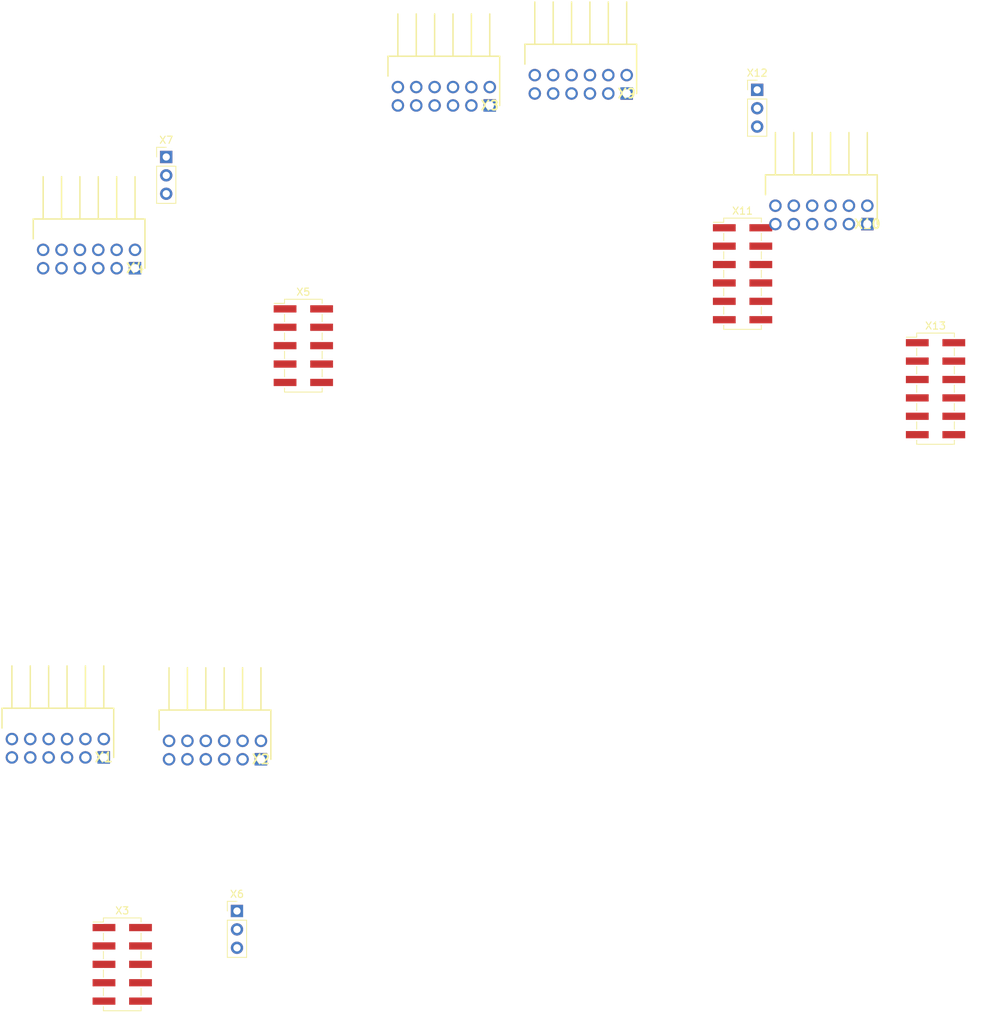
<source format=kicad_pcb>
(kicad_pcb (version 20221018) (generator pcbnew)
  (layers (0 "F.Cu" signal) (31 "B.Cu" signal) (34 "B.Paste" user) (35 "F.Paste" user) (36 "B.SilkS" user "B.Silkscreen") (37 "F.SilkS" user "F.Silkscreen") (38 "B.Mask" user) (39 "F.Mask" user) (44 "Edge.Cuts" user))
  (net 0 "")
  (net 1 "/TAG_CONN_3V3")
  (net 2 "/TAG_CONN_GND")
  (net 3 "/TAG_CONN_SCK")
  (net 4 "/TAG_CONN_MOSI")
  (net 5 "/TAG_CONN_MISO")
  (net 6 "/TAG_CONN_CS")
  (net 7 "/TAG_CONN_IO0")
  (net 8 "/TAG_CONN_RST")
  (net 11 "/TAG_CONN_5V")
  (net 12 "/TAG_CONN_TX")
  (net 13 "/TAG_CONN_RX")
  (net 20 "/TAG_CONN_VCC")
  (net 21 "/IDC_02x05_3V3")
  (net 22 "/IDC_02x05_GND")
  (net 23 "/IDC_02x05_TCK")
  (net 24 "/IDC_02x05_TDI")
  (net 25 "/IDC_02x05_TDO")
  (net 26 "/IDC_02x05_TMS")
  (net 28 "/IDC_02x05_RST")
  (net 31 "/IDC_02x05_5V")
  (net 32 "/IDC_02x05_VCC")
  (net 33 "/IDC_02x03_3V3")
  (net 34 "/IDC_02x03_GND")
  (net 35 "/IDC_02x03_TXD")
  (net 36 "/IDC_02x03_RXD")
  (net 43 "/IDC_02x03_5V")
  (net 45 "/IDC_02x03_VCC")
  (net 47 "/Breakout_3V3")
  (net 48 "/Breakout_GND")
  (net 49 "/Breakout_xDBUS0")
  (net 50 "/Breakout_xDBUS1")
  (net 51 "/Breakout_xDBUS2")
  (net 52 "/Breakout_xDBUS3")
  (net 53 "/Breakout_xDBUS4")
  (net 54 "/Breakout_xDBUS5")
  (net 55 "/Breakout_xDBUS6")
  (net 56 "/Breakout_xDBUS7")
  (net 57 "/Breakout_5V")
  (footprint "Connector_PinHeader_2.54mm:PinHeader_1x03_P2.54mm_Vertical" (layer "F.Cu") (at 153.674 53.086)
    (fp_text reference "X12" (at 0 -2.33) (layer "F.SilkS"))
    (fp_text value "VCC_SEL_UART")
    (fp_line (start -1.33 -1.33) (end 0 -1.33) (stroke (width 0.12)) (layer "F.SilkS"))
    (fp_line (start -1.33 0) (end -1.33 -1.33) (stroke (width 0.12)) (layer "F.SilkS"))
    (fp_line (start -1.33 1.27) (end -1.33 6.41) (stroke (width 0.12)) (layer "F.SilkS"))
    (fp_line (start -1.33 1.27) (end 1.33 1.27) (stroke (width 0.12)) (layer "F.SilkS"))
    (fp_line (start -1.33 6.41) (end 1.33 6.41) (stroke (width 0.12)) (layer "F.SilkS"))
    (fp_line (start 1.33 1.27) (end 1.33 6.41) (stroke (width 0.12)) (layer "F.SilkS"))
    (pad "1" thru_hole rect (at 0 0) (size 1.7 1.7) (drill 1) (layers "*.Cu" "*.Mask") (net 33 "/IDC_02x03_3V3"))
    (pad "2" thru_hole oval (at 0 2.54) (size 1.7 1.7) (drill 1) (layers "*.Cu" "*.Mask") (net 45 "/IDC_02x03_VCC"))
    (pad "3" thru_hole oval (at 0 5.08) (size 1.7 1.7) (drill 1) (layers "*.Cu" "*.Mask") (net 43 "/IDC_02x03_5V"))
  )
  (footprint "ft4232_debugger:header_male_02x06_HDRRA12W67P254_2X6_1524X254X503P" (layer "F.Cu") (at 116.718 55.245)
    (fp_text reference "X8" (at 0 0) (layer "F.SilkS") (effects (font (size 1.27 1.27) (thickness 0.254))))
    (fp_text value "FT_CONN_UART" hide)
    (fp_line (start -14.07 -6.8) (end -14.07 -4.06) (stroke (width 0.2)) (layer "F.SilkS"))
    (fp_line (start -12.7 -6.8) (end -12.7 -12.64) (stroke (width 0.2)) (layer "F.SilkS"))
    (fp_line (start -10.16 -6.8) (end -10.16 -12.64) (stroke (width 0.2)) (layer "F.SilkS"))
    (fp_line (start -7.62 -6.8) (end -7.62 -12.64) (stroke (width 0.2)) (layer "F.SilkS"))
    (fp_line (start -5.08 -6.8) (end -5.08 -12.64) (stroke (width 0.2)) (layer "F.SilkS"))
    (fp_line (start -2.54 -6.8) (end -2.54 -12.64) (stroke (width 0.2)) (layer "F.SilkS"))
    (fp_line (start 0 -6.8) (end 0 -12.64) (stroke (width 0.2)) (layer "F.SilkS"))
    (fp_line (start 1.37 -6.8) (end -14.07 -6.8) (stroke (width 0.2)) (layer "F.SilkS"))
    (fp_line (start 1.37 0) (end 1.37 -6.8) (stroke (width 0.2)) (layer "F.SilkS"))
    (pad "1" thru_hole rect (at 0 0) (size 1.725 1.725) (drill 1.15) (layers "*.Cu" "*.Mask") (net 33 "/IDC_02x03_3V3"))
    (pad "2" thru_hole circle (at 0 -2.54) (size 1.725 1.725) (drill 1.15) (layers "*.Cu" "*.Mask") (net 34 "/IDC_02x03_GND"))
    (pad "3" thru_hole circle (at -2.54 0) (size 1.725 1.725) (drill 1.15) (layers "*.Cu" "*.Mask") (net 35 "/IDC_02x03_TXD"))
    (pad "4" thru_hole circle (at -2.54 -2.54) (size 1.725 1.725) (drill 1.15) (layers "*.Cu" "*.Mask") (net 36 "/IDC_02x03_RXD"))
    (pad "5" thru_hole circle (at -5.08 0) (size 1.725 1.725) (drill 1.15) (layers "*.Cu" "*.Mask"))
    (pad "6" thru_hole circle (at -5.08 -2.54) (size 1.725 1.725) (drill 1.15) (layers "*.Cu" "*.Mask"))
    (pad "7" thru_hole circle (at -7.62 0) (size 1.725 1.725) (drill 1.15) (layers "*.Cu" "*.Mask"))
    (pad "8" thru_hole circle (at -7.62 -2.54) (size 1.725 1.725) (drill 1.15) (layers "*.Cu" "*.Mask"))
    (pad "9" thru_hole circle (at -10.16 0) (size 1.725 1.725) (drill 1.15) (layers "*.Cu" "*.Mask"))
    (pad "10" thru_hole circle (at -10.16 -2.54) (size 1.725 1.725) (drill 1.15) (layers "*.Cu" "*.Mask"))
    (pad "11" thru_hole circle (at -12.7 0) (size 1.725 1.725) (drill 1.15) (layers "*.Cu" "*.Mask") (net 43 "/IDC_02x03_5V"))
    (pad "12" thru_hole circle (at -12.7 -2.54) (size 1.725 1.725) (drill 1.15) (layers "*.Cu" "*.Mask") (net 34 "/IDC_02x03_GND"))
  )
  (footprint "Connector_PinHeader_2.54mm:PinHeader_1x03_P2.54mm_Vertical" (layer "F.Cu") (at 72.005 62.357)
    (fp_text reference "X7" (at 0 -2.33) (layer "F.SilkS"))
    (fp_text value "VCC_SEL_JTAG")
    (fp_line (start -1.33 -1.33) (end 0 -1.33) (stroke (width 0.12)) (layer "F.SilkS"))
    (fp_line (start -1.33 0) (end -1.33 -1.33) (stroke (width 0.12)) (layer "F.SilkS"))
    (fp_line (start -1.33 1.27) (end -1.33 6.41) (stroke (width 0.12)) (layer "F.SilkS"))
    (fp_line (start -1.33 1.27) (end 1.33 1.27) (stroke (width 0.12)) (layer "F.SilkS"))
    (fp_line (start -1.33 6.41) (end 1.33 6.41) (stroke (width 0.12)) (layer "F.SilkS"))
    (fp_line (start 1.33 1.27) (end 1.33 6.41) (stroke (width 0.12)) (layer "F.SilkS"))
    (pad "1" thru_hole rect (at 0 0) (size 1.7 1.7) (drill 1) (layers "*.Cu" "*.Mask") (net 21 "/IDC_02x05_3V3"))
    (pad "2" thru_hole oval (at 0 2.54) (size 1.7 1.7) (drill 1) (layers "*.Cu" "*.Mask") (net 32 "/IDC_02x05_VCC"))
    (pad "3" thru_hole oval (at 0 5.08) (size 1.7 1.7) (drill 1) (layers "*.Cu" "*.Mask") (net 31 "/IDC_02x05_5V"))
  )
  (footprint "ft4232_debugger:header_male_02x06_HDRRA12W67P254_2X6_1524X254X503P" (layer "F.Cu") (at 67.696 77.724)
    (fp_text reference "X4" (at 0 0) (layer "F.SilkS") (effects (font (size 1.27 1.27) (thickness 0.254))))
    (fp_text value "FT_CONN_JTAG" hide)
    (fp_line (start -14.07 -6.8) (end -14.07 -4.06) (stroke (width 0.2)) (layer "F.SilkS"))
    (fp_line (start -12.7 -6.8) (end -12.7 -12.64) (stroke (width 0.2)) (layer "F.SilkS"))
    (fp_line (start -10.16 -6.8) (end -10.16 -12.64) (stroke (width 0.2)) (layer "F.SilkS"))
    (fp_line (start -7.62 -6.8) (end -7.62 -12.64) (stroke (width 0.2)) (layer "F.SilkS"))
    (fp_line (start -5.08 -6.8) (end -5.08 -12.64) (stroke (width 0.2)) (layer "F.SilkS"))
    (fp_line (start -2.54 -6.8) (end -2.54 -12.64) (stroke (width 0.2)) (layer "F.SilkS"))
    (fp_line (start 0 -6.8) (end 0 -12.64) (stroke (width 0.2)) (layer "F.SilkS"))
    (fp_line (start 1.37 -6.8) (end -14.07 -6.8) (stroke (width 0.2)) (layer "F.SilkS"))
    (fp_line (start 1.37 0) (end 1.37 -6.8) (stroke (width 0.2)) (layer "F.SilkS"))
    (pad "1" thru_hole rect (at 0 0) (size 1.725 1.725) (drill 1.15) (layers "*.Cu" "*.Mask") (net 21 "/IDC_02x05_3V3"))
    (pad "2" thru_hole circle (at 0 -2.54) (size 1.725 1.725) (drill 1.15) (layers "*.Cu" "*.Mask") (net 22 "/IDC_02x05_GND"))
    (pad "3" thru_hole circle (at -2.54 0) (size 1.725 1.725) (drill 1.15) (layers "*.Cu" "*.Mask") (net 23 "/IDC_02x05_TCK"))
    (pad "4" thru_hole circle (at -2.54 -2.54) (size 1.725 1.725) (drill 1.15) (layers "*.Cu" "*.Mask") (net 24 "/IDC_02x05_TDI"))
    (pad "5" thru_hole circle (at -5.08 0) (size 1.725 1.725) (drill 1.15) (layers "*.Cu" "*.Mask") (net 25 "/IDC_02x05_TDO"))
    (pad "6" thru_hole circle (at -5.08 -2.54) (size 1.725 1.725) (drill 1.15) (layers "*.Cu" "*.Mask") (net 26 "/IDC_02x05_TMS"))
    (pad "7" thru_hole circle (at -7.62 0) (size 1.725 1.725) (drill 1.15) (layers "*.Cu" "*.Mask"))
    (pad "8" thru_hole circle (at -7.62 -2.54) (size 1.725 1.725) (drill 1.15) (layers "*.Cu" "*.Mask") (net 28 "/IDC_02x05_RST"))
    (pad "9" thru_hole circle (at -10.16 0) (size 1.725 1.725) (drill 1.15) (layers "*.Cu" "*.Mask"))
    (pad "10" thru_hole circle (at -10.16 -2.54) (size 1.725 1.725) (drill 1.15) (layers "*.Cu" "*.Mask"))
    (pad "11" thru_hole circle (at -12.7 0) (size 1.725 1.725) (drill 1.15) (layers "*.Cu" "*.Mask") (net 31 "/IDC_02x05_5V"))
    (pad "12" thru_hole circle (at -12.7 -2.54) (size 1.725 1.725) (drill 1.15) (layers "*.Cu" "*.Mask") (net 22 "/IDC_02x05_GND"))
  )
  (footprint "Connector_PinHeader_2.54mm:PinHeader_2x05_P2.54mm_Vertical_SMD" (layer "F.Cu") (at 90.953 88.418)
    (fp_text reference "X5" (at 0 -7.41) (layer "F.SilkS"))
    (fp_text value "DUT_CONN_JTAG")
    (fp_line (start -4.04 -5.84) (end -2.6 -5.84) (stroke (width 0.12)) (layer "F.SilkS"))
    (fp_line (start -2.6 -6.41) (end -2.6 -5.84) (stroke (width 0.12)) (layer "F.SilkS"))
    (fp_line (start -2.6 -6.41) (end 2.6 -6.41) (stroke (width 0.12)) (layer "F.SilkS"))
    (fp_line (start -2.6 -4.32) (end -2.6 -3.3) (stroke (width 0.12)) (layer "F.SilkS"))
    (fp_line (start -2.6 -1.78) (end -2.6 -0.76) (stroke (width 0.12)) (layer "F.SilkS"))
    (fp_line (start -2.6 0.76) (end -2.6 1.78) (stroke (width 0.12)) (layer "F.SilkS"))
    (fp_line (start -2.6 3.3) (end -2.6 4.32) (stroke (width 0.12)) (layer "F.SilkS"))
    (fp_line (start -2.6 5.84) (end -2.6 6.41) (stroke (width 0.12)) (layer "F.SilkS"))
    (fp_line (start -2.6 6.41) (end 2.6 6.41) (stroke (width 0.12)) (layer "F.SilkS"))
    (fp_line (start 2.6 -6.41) (end 2.6 -5.84) (stroke (width 0.12)) (layer "F.SilkS"))
    (fp_line (start 2.6 -4.32) (end 2.6 -3.3) (stroke (width 0.12)) (layer "F.SilkS"))
    (fp_line (start 2.6 -1.78) (end 2.6 -0.76) (stroke (width 0.12)) (layer "F.SilkS"))
    (fp_line (start 2.6 0.76) (end 2.6 1.78) (stroke (width 0.12)) (layer "F.SilkS"))
    (fp_line (start 2.6 3.3) (end 2.6 4.32) (stroke (width 0.12)) (layer "F.SilkS"))
    (fp_line (start 2.6 5.84) (end 2.6 6.41) (stroke (width 0.12)) (layer "F.SilkS"))
    (pad "1" smd rect (at -2.525 -5.08) (size 3.15 1) (layers "F.Cu" "F.Paste" "F.Mask") (net 32 "/IDC_02x05_VCC"))
    (pad "2" smd rect (at 2.525 -5.08) (size 3.15 1) (layers "F.Cu" "F.Paste" "F.Mask") (net 26 "/IDC_02x05_TMS"))
    (pad "3" smd rect (at -2.525 -2.54) (size 3.15 1) (layers "F.Cu" "F.Paste" "F.Mask") (net 22 "/IDC_02x05_GND"))
    (pad "4" smd rect (at 2.525 -2.54) (size 3.15 1) (layers "F.Cu" "F.Paste" "F.Mask") (net 23 "/IDC_02x05_TCK"))
    (pad "5" smd rect (at -2.525 0) (size 3.15 1) (layers "F.Cu" "F.Paste" "F.Mask") (net 22 "/IDC_02x05_GND"))
    (pad "6" smd rect (at 2.525 0) (size 3.15 1) (layers "F.Cu" "F.Paste" "F.Mask") (net 25 "/IDC_02x05_TDO"))
    (pad "7" smd rect (at -2.525 2.54) (size 3.15 1) (layers "F.Cu" "F.Paste" "F.Mask") (net 22 "/IDC_02x05_GND"))
    (pad "8" smd rect (at 2.525 2.54) (size 3.15 1) (layers "F.Cu" "F.Paste" "F.Mask") (net 24 "/IDC_02x05_TDI"))
    (pad "9" smd rect (at -2.525 5.08) (size 3.15 1) (layers "F.Cu" "F.Paste" "F.Mask") (net 22 "/IDC_02x05_GND"))
    (pad "10" smd rect (at 2.525 5.08) (size 3.15 1) (layers "F.Cu" "F.Paste" "F.Mask") (net 28 "/IDC_02x05_RST"))
  )
  (footprint "Connector_PinHeader_2.54mm:PinHeader_2x06_P2.54mm_Vertical_SMD" (layer "F.Cu") (at 151.653 78.486)
    (fp_text reference "X11" (at 0 -8.68) (layer "F.SilkS"))
    (fp_text value "DUT_CONN0_BREAKOUT")
    (fp_line (start -4.04 -7.11) (end -2.6 -7.11) (stroke (width 0.12)) (layer "F.SilkS"))
    (fp_line (start -2.6 -7.68) (end -2.6 -7.11) (stroke (width 0.12)) (layer "F.SilkS"))
    (fp_line (start -2.6 -7.68) (end 2.6 -7.68) (stroke (width 0.12)) (layer "F.SilkS"))
    (fp_line (start -2.6 -5.59) (end -2.6 -4.57) (stroke (width 0.12)) (layer "F.SilkS"))
    (fp_line (start -2.6 -3.05) (end -2.6 -2.03) (stroke (width 0.12)) (layer "F.SilkS"))
    (fp_line (start -2.6 -0.51) (end -2.6 0.51) (stroke (width 0.12)) (layer "F.SilkS"))
    (fp_line (start -2.6 2.03) (end -2.6 3.05) (stroke (width 0.12)) (layer "F.SilkS"))
    (fp_line (start -2.6 4.57) (end -2.6 5.59) (stroke (width 0.12)) (layer "F.SilkS"))
    (fp_line (start -2.6 7.11) (end -2.6 7.68) (stroke (width 0.12)) (layer "F.SilkS"))
    (fp_line (start -2.6 7.68) (end 2.6 7.68) (stroke (width 0.12)) (layer "F.SilkS"))
    (fp_line (start 2.6 -7.68) (end 2.6 -7.11) (stroke (width 0.12)) (layer "F.SilkS"))
    (fp_line (start 2.6 -5.59) (end 2.6 -4.57) (stroke (width 0.12)) (layer "F.SilkS"))
    (fp_line (start 2.6 -3.05) (end 2.6 -2.03) (stroke (width 0.12)) (layer "F.SilkS"))
    (fp_line (start 2.6 -0.51) (end 2.6 0.51) (stroke (width 0.12)) (layer "F.SilkS"))
    (fp_line (start 2.6 2.03) (end 2.6 3.05) (stroke (width 0.12)) (layer "F.SilkS"))
    (fp_line (start 2.6 4.57) (end 2.6 5.59) (stroke (width 0.12)) (layer "F.SilkS"))
    (fp_line (start 2.6 7.11) (end 2.6 7.68) (stroke (width 0.12)) (layer "F.SilkS"))
    (pad "1" smd rect (at -2.525 -6.35) (size 3.15 1) (layers "F.Cu" "F.Paste" "F.Mask") (net 47 "/Breakout_3V3"))
    (pad "2" smd rect (at 2.525 -6.35) (size 3.15 1) (layers "F.Cu" "F.Paste" "F.Mask") (net 48 "/Breakout_GND"))
    (pad "3" smd rect (at -2.525 -3.81) (size 3.15 1) (layers "F.Cu" "F.Paste" "F.Mask") (net 49 "/Breakout_xDBUS0"))
    (pad "4" smd rect (at 2.525 -3.81) (size 3.15 1) (layers "F.Cu" "F.Paste" "F.Mask") (net 50 "/Breakout_xDBUS1"))
    (pad "5" smd rect (at -2.525 -1.27) (size 3.15 1) (layers "F.Cu" "F.Paste" "F.Mask") (net 51 "/Breakout_xDBUS2"))
    (pad "6" smd rect (at 2.525 -1.27) (size 3.15 1) (layers "F.Cu" "F.Paste" "F.Mask") (net 52 "/Breakout_xDBUS3"))
    (pad "7" smd rect (at -2.525 1.27) (size 3.15 1) (layers "F.Cu" "F.Paste" "F.Mask") (net 53 "/Breakout_xDBUS4"))
    (pad "8" smd rect (at 2.525 1.27) (size 3.15 1) (layers "F.Cu" "F.Paste" "F.Mask") (net 54 "/Breakout_xDBUS5"))
    (pad "9" smd rect (at -2.525 3.81) (size 3.15 1) (layers "F.Cu" "F.Paste" "F.Mask") (net 55 "/Breakout_xDBUS6"))
    (pad "10" smd rect (at 2.525 3.81) (size 3.15 1) (layers "F.Cu" "F.Paste" "F.Mask") (net 56 "/Breakout_xDBUS7"))
    (pad "11" smd rect (at -2.525 6.35) (size 3.15 1) (layers "F.Cu" "F.Paste" "F.Mask") (net 57 "/Breakout_5V"))
    (pad "12" smd rect (at 2.525 6.35) (size 3.15 1) (layers "F.Cu" "F.Paste" "F.Mask") (net 48 "/Breakout_GND"))
  )
  (footprint "ft4232_debugger:header_male_02x06_HDRRA12W67P254_2X6_1524X254X503P" (layer "F.Cu") (at 168.893 71.628)
    (fp_text reference "X10" (at 0 0) (layer "F.SilkS") (effects (font (size 1.27 1.27) (thickness 0.254))))
    (fp_text value "FT_CONN_BREAKOUT" hide)
    (fp_line (start -14.07 -6.8) (end -14.07 -4.06) (stroke (width 0.2)) (layer "F.SilkS"))
    (fp_line (start -12.7 -6.8) (end -12.7 -12.64) (stroke (width 0.2)) (layer "F.SilkS"))
    (fp_line (start -10.16 -6.8) (end -10.16 -12.64) (stroke (width 0.2)) (layer "F.SilkS"))
    (fp_line (start -7.62 -6.8) (end -7.62 -12.64) (stroke (width 0.2)) (layer "F.SilkS"))
    (fp_line (start -5.08 -6.8) (end -5.08 -12.64) (stroke (width 0.2)) (layer "F.SilkS"))
    (fp_line (start -2.54 -6.8) (end -2.54 -12.64) (stroke (width 0.2)) (layer "F.SilkS"))
    (fp_line (start 0 -6.8) (end 0 -12.64) (stroke (width 0.2)) (layer "F.SilkS"))
    (fp_line (start 1.37 -6.8) (end -14.07 -6.8) (stroke (width 0.2)) (layer "F.SilkS"))
    (fp_line (start 1.37 0) (end 1.37 -6.8) (stroke (width 0.2)) (layer "F.SilkS"))
    (pad "1" thru_hole rect (at 0 0) (size 1.725 1.725) (drill 1.15) (layers "*.Cu" "*.Mask") (net 47 "/Breakout_3V3"))
    (pad "2" thru_hole circle (at 0 -2.54) (size 1.725 1.725) (drill 1.15) (layers "*.Cu" "*.Mask") (net 48 "/Breakout_GND"))
    (pad "3" thru_hole circle (at -2.54 0) (size 1.725 1.725) (drill 1.15) (layers "*.Cu" "*.Mask") (net 49 "/Breakout_xDBUS0"))
    (pad "4" thru_hole circle (at -2.54 -2.54) (size 1.725 1.725) (drill 1.15) (layers "*.Cu" "*.Mask") (net 50 "/Breakout_xDBUS1"))
    (pad "5" thru_hole circle (at -5.08 0) (size 1.725 1.725) (drill 1.15) (layers "*.Cu" "*.Mask") (net 51 "/Breakout_xDBUS2"))
    (pad "6" thru_hole circle (at -5.08 -2.54) (size 1.725 1.725) (drill 1.15) (layers "*.Cu" "*.Mask") (net 52 "/Breakout_xDBUS3"))
    (pad "7" thru_hole circle (at -7.62 0) (size 1.725 1.725) (drill 1.15) (layers "*.Cu" "*.Mask") (net 53 "/Breakout_xDBUS4"))
    (pad "8" thru_hole circle (at -7.62 -2.54) (size 1.725 1.725) (drill 1.15) (layers "*.Cu" "*.Mask") (net 54 "/Breakout_xDBUS5"))
    (pad "9" thru_hole circle (at -10.16 0) (size 1.725 1.725) (drill 1.15) (layers "*.Cu" "*.Mask") (net 55 "/Breakout_xDBUS6"))
    (pad "10" thru_hole circle (at -10.16 -2.54) (size 1.725 1.725) (drill 1.15) (layers "*.Cu" "*.Mask") (net 56 "/Breakout_xDBUS7"))
    (pad "11" thru_hole circle (at -12.7 0) (size 1.725 1.725) (drill 1.15) (layers "*.Cu" "*.Mask") (net 57 "/Breakout_5V"))
    (pad "12" thru_hole circle (at -12.7 -2.54) (size 1.725 1.725) (drill 1.15) (layers "*.Cu" "*.Mask") (net 48 "/Breakout_GND"))
  )
  (footprint "ft4232_debugger:header_male_02x06_HDRRA12W67P254_2X6_1524X254X503P" (layer "F.Cu") (at 63.378 145.288)
    (fp_text reference "X1" (at 0 0) (layer "F.SilkS") (effects (font (size 1.27 1.27) (thickness 0.254))))
    (fp_text value "FT_CONN0_TAG" hide)
    (fp_line (start -14.07 -6.8) (end -14.07 -4.06) (stroke (width 0.2)) (layer "F.SilkS"))
    (fp_line (start -12.7 -6.8) (end -12.7 -12.64) (stroke (width 0.2)) (layer "F.SilkS"))
    (fp_line (start -10.16 -6.8) (end -10.16 -12.64) (stroke (width 0.2)) (layer "F.SilkS"))
    (fp_line (start -7.62 -6.8) (end -7.62 -12.64) (stroke (width 0.2)) (layer "F.SilkS"))
    (fp_line (start -5.08 -6.8) (end -5.08 -12.64) (stroke (width 0.2)) (layer "F.SilkS"))
    (fp_line (start -2.54 -6.8) (end -2.54 -12.64) (stroke (width 0.2)) (layer "F.SilkS"))
    (fp_line (start 0 -6.8) (end 0 -12.64) (stroke (width 0.2)) (layer "F.SilkS"))
    (fp_line (start 1.37 -6.8) (end -14.07 -6.8) (stroke (width 0.2)) (layer "F.SilkS"))
    (fp_line (start 1.37 0) (end 1.37 -6.8) (stroke (width 0.2)) (layer "F.SilkS"))
    (pad "1" thru_hole rect (at 0 0) (size 1.725 1.725) (drill 1.15) (layers "*.Cu" "*.Mask") (net 1 "/TAG_CONN_3V3"))
    (pad "2" thru_hole circle (at 0 -2.54) (size 1.725 1.725) (drill 1.15) (layers "*.Cu" "*.Mask") (net 2 "/TAG_CONN_GND"))
    (pad "3" thru_hole circle (at -2.54 0) (size 1.725 1.725) (drill 1.15) (layers "*.Cu" "*.Mask") (net 3 "/TAG_CONN_SCK"))
    (pad "4" thru_hole circle (at -2.54 -2.54) (size 1.725 1.725) (drill 1.15) (layers "*.Cu" "*.Mask") (net 4 "/TAG_CONN_MOSI"))
    (pad "5" thru_hole circle (at -5.08 0) (size 1.725 1.725) (drill 1.15) (layers "*.Cu" "*.Mask") (net 5 "/TAG_CONN_MISO"))
    (pad "6" thru_hole circle (at -5.08 -2.54) (size 1.725 1.725) (drill 1.15) (layers "*.Cu" "*.Mask") (net 6 "/TAG_CONN_CS"))
    (pad "7" thru_hole circle (at -7.62 0) (size 1.725 1.725) (drill 1.15) (layers "*.Cu" "*.Mask") (net 7 "/TAG_CONN_IO0"))
    (pad "8" thru_hole circle (at -7.62 -2.54) (size 1.725 1.725) (drill 1.15) (layers "*.Cu" "*.Mask") (net 8 "/TAG_CONN_RST"))
    (pad "9" thru_hole circle (at -10.16 0) (size 1.725 1.725) (drill 1.15) (layers "*.Cu" "*.Mask"))
    (pad "10" thru_hole circle (at -10.16 -2.54) (size 1.725 1.725) (drill 1.15) (layers "*.Cu" "*.Mask"))
    (pad "11" thru_hole circle (at -12.7 0) (size 1.725 1.725) (drill 1.15) (layers "*.Cu" "*.Mask") (net 11 "/TAG_CONN_5V"))
    (pad "12" thru_hole circle (at -12.7 -2.54) (size 1.725 1.725) (drill 1.15) (layers "*.Cu" "*.Mask") (net 2 "/TAG_CONN_GND"))
  )
  (footprint "Connector_PinHeader_2.54mm:PinHeader_2x05_P2.54mm_Vertical_SMD" (layer "F.Cu") (at 65.928 173.863)
    (fp_text reference "X3" (at 0 -7.41) (layer "F.SilkS"))
    (fp_text value "TAG_CONN_TAG")
    (fp_line (start -4.04 -5.84) (end -2.6 -5.84) (stroke (width 0.12)) (layer "F.SilkS"))
    (fp_line (start -2.6 -6.41) (end -2.6 -5.84) (stroke (width 0.12)) (layer "F.SilkS"))
    (fp_line (start -2.6 -6.41) (end 2.6 -6.41) (stroke (width 0.12)) (layer "F.SilkS"))
    (fp_line (start -2.6 -4.32) (end -2.6 -3.3) (stroke (width 0.12)) (layer "F.SilkS"))
    (fp_line (start -2.6 -1.78) (end -2.6 -0.76) (stroke (width 0.12)) (layer "F.SilkS"))
    (fp_line (start -2.6 0.76) (end -2.6 1.78) (stroke (width 0.12)) (layer "F.SilkS"))
    (fp_line (start -2.6 3.3) (end -2.6 4.32) (stroke (width 0.12)) (layer "F.SilkS"))
    (fp_line (start -2.6 5.84) (end -2.6 6.41) (stroke (width 0.12)) (layer "F.SilkS"))
    (fp_line (start -2.6 6.41) (end 2.6 6.41) (stroke (width 0.12)) (layer "F.SilkS"))
    (fp_line (start 2.6 -6.41) (end 2.6 -5.84) (stroke (width 0.12)) (layer "F.SilkS"))
    (fp_line (start 2.6 -4.32) (end 2.6 -3.3) (stroke (width 0.12)) (layer "F.SilkS"))
    (fp_line (start 2.6 -1.78) (end 2.6 -0.76) (stroke (width 0.12)) (layer "F.SilkS"))
    (fp_line (start 2.6 0.76) (end 2.6 1.78) (stroke (width 0.12)) (layer "F.SilkS"))
    (fp_line (start 2.6 3.3) (end 2.6 4.32) (stroke (width 0.12)) (layer "F.SilkS"))
    (fp_line (start 2.6 5.84) (end 2.6 6.41) (stroke (width 0.12)) (layer "F.SilkS"))
    (pad "1" smd rect (at -2.525 -5.08) (size 3.15 1) (layers "F.Cu" "F.Paste" "F.Mask") (net 20 "/TAG_CONN_VCC"))
    (pad "2" smd rect (at 2.525 -5.08) (size 3.15 1) (layers "F.Cu" "F.Paste" "F.Mask") (net 6 "/TAG_CONN_CS"))
    (pad "3" smd rect (at -2.525 -2.54) (size 3.15 1) (layers "F.Cu" "F.Paste" "F.Mask") (net 2 "/TAG_CONN_GND"))
    (pad "4" smd rect (at 2.525 -2.54) (size 3.15 1) (layers "F.Cu" "F.Paste" "F.Mask") (net 3 "/TAG_CONN_SCK"))
    (pad "5" smd rect (at -2.525 0) (size 3.15 1) (layers "F.Cu" "F.Paste" "F.Mask") (net 7 "/TAG_CONN_IO0"))
    (pad "6" smd rect (at 2.525 0) (size 3.15 1) (layers "F.Cu" "F.Paste" "F.Mask") (net 4 "/TAG_CONN_MOSI"))
    (pad "7" smd rect (at -2.525 2.54) (size 3.15 1) (layers "F.Cu" "F.Paste" "F.Mask") (net 13 "/TAG_CONN_RX"))
    (pad "8" smd rect (at 2.525 2.54) (size 3.15 1) (layers "F.Cu" "F.Paste" "F.Mask") (net 5 "/TAG_CONN_MISO"))
    (pad "9" smd rect (at -2.525 5.08) (size 3.15 1) (layers "F.Cu" "F.Paste" "F.Mask") (net 12 "/TAG_CONN_TX"))
    (pad "10" smd rect (at 2.525 5.08) (size 3.15 1) (layers "F.Cu" "F.Paste" "F.Mask") (net 8 "/TAG_CONN_RST"))
  )
  (footprint "ft4232_debugger:header_male_02x06_HDRRA12W67P254_2X6_1524X254X503P" (layer "F.Cu") (at 85.095 145.542)
    (fp_text reference "X2" (at 0 0) (layer "F.SilkS") (effects (font (size 1.27 1.27) (thickness 0.254))))
    (fp_text value "FT_CONN1_TAG" hide)
    (fp_line (start -14.07 -6.8) (end -14.07 -4.06) (stroke (width 0.2)) (layer "F.SilkS"))
    (fp_line (start -12.7 -6.8) (end -12.7 -12.64) (stroke (width 0.2)) (layer "F.SilkS"))
    (fp_line (start -10.16 -6.8) (end -10.16 -12.64) (stroke (width 0.2)) (layer "F.SilkS"))
    (fp_line (start -7.62 -6.8) (end -7.62 -12.64) (stroke (width 0.2)) (layer "F.SilkS"))
    (fp_line (start -5.08 -6.8) (end -5.08 -12.64) (stroke (width 0.2)) (layer "F.SilkS"))
    (fp_line (start -2.54 -6.8) (end -2.54 -12.64) (stroke (width 0.2)) (layer "F.SilkS"))
    (fp_line (start 0 -6.8) (end 0 -12.64) (stroke (width 0.2)) (layer "F.SilkS"))
    (fp_line (start 1.37 -6.8) (end -14.07 -6.8) (stroke (width 0.2)) (layer "F.SilkS"))
    (fp_line (start 1.37 0) (end 1.37 -6.8) (stroke (width 0.2)) (layer "F.SilkS"))
    (pad "1" thru_hole rect (at 0 0) (size 1.725 1.725) (drill 1.15) (layers "*.Cu" "*.Mask") (net 1 "/TAG_CONN_3V3"))
    (pad "2" thru_hole circle (at 0 -2.54) (size 1.725 1.725) (drill 1.15) (layers "*.Cu" "*.Mask") (net 2 "/TAG_CONN_GND"))
    (pad "3" thru_hole circle (at -2.54 0) (size 1.725 1.725) (drill 1.15) (layers "*.Cu" "*.Mask") (net 12 "/TAG_CONN_TX"))
    (pad "4" thru_hole circle (at -2.54 -2.54) (size 1.725 1.725) (drill 1.15) (layers "*.Cu" "*.Mask") (net 13 "/TAG_CONN_RX"))
    (pad "5" thru_hole circle (at -5.08 0) (size 1.725 1.725) (drill 1.15) (layers "*.Cu" "*.Mask"))
    (pad "6" thru_hole circle (at -5.08 -2.54) (size 1.725 1.725) (drill 1.15) (layers "*.Cu" "*.Mask"))
    (pad "7" thru_hole circle (at -7.62 0) (size 1.725 1.725) (drill 1.15) (layers "*.Cu" "*.Mask"))
    (pad "8" thru_hole circle (at -7.62 -2.54) (size 1.725 1.725) (drill 1.15) (layers "*.Cu" "*.Mask"))
    (pad "9" thru_hole circle (at -10.16 0) (size 1.725 1.725) (drill 1.15) (layers "*.Cu" "*.Mask"))
    (pad "10" thru_hole circle (at -10.16 -2.54) (size 1.725 1.725) (drill 1.15) (layers "*.Cu" "*.Mask"))
    (pad "11" thru_hole circle (at -12.7 0) (size 1.725 1.725) (drill 1.15) (layers "*.Cu" "*.Mask") (net 11 "/TAG_CONN_5V"))
    (pad "12" thru_hole circle (at -12.7 -2.54) (size 1.725 1.725) (drill 1.15) (layers "*.Cu" "*.Mask") (net 2 "/TAG_CONN_GND"))
  )
  (footprint "Connector_PinHeader_2.54mm:PinHeader_2x06_P2.54mm_Vertical_SMD" (layer "F.Cu") (at 178.323 94.361)
    (fp_text reference "X13" (at 0 -8.68) (layer "F.SilkS"))
    (fp_text value "DUT_CONN1_BREAKOUT")
    (fp_line (start -4.04 -7.11) (end -2.6 -7.11) (stroke (width 0.12)) (layer "F.SilkS"))
    (fp_line (start -2.6 -7.68) (end -2.6 -7.11) (stroke (width 0.12)) (layer "F.SilkS"))
    (fp_line (start -2.6 -7.68) (end 2.6 -7.68) (stroke (width 0.12)) (layer "F.SilkS"))
    (fp_line (start -2.6 -5.59) (end -2.6 -4.57) (stroke (width 0.12)) (layer "F.SilkS"))
    (fp_line (start -2.6 -3.05) (end -2.6 -2.03) (stroke (width 0.12)) (layer "F.SilkS"))
    (fp_line (start -2.6 -0.51) (end -2.6 0.51) (stroke (width 0.12)) (layer "F.SilkS"))
    (fp_line (start -2.6 2.03) (end -2.6 3.05) (stroke (width 0.12)) (layer "F.SilkS"))
    (fp_line (start -2.6 4.57) (end -2.6 5.59) (stroke (width 0.12)) (layer "F.SilkS"))
    (fp_line (start -2.6 7.11) (end -2.6 7.68) (stroke (width 0.12)) (layer "F.SilkS"))
    (fp_line (start -2.6 7.68) (end 2.6 7.68) (stroke (width 0.12)) (layer "F.SilkS"))
    (fp_line (start 2.6 -7.68) (end 2.6 -7.11) (stroke (width 0.12)) (layer "F.SilkS"))
    (fp_line (start 2.6 -5.59) (end 2.6 -4.57) (stroke (width 0.12)) (layer "F.SilkS"))
    (fp_line (start 2.6 -3.05) (end 2.6 -2.03) (stroke (width 0.12)) (layer "F.SilkS"))
    (fp_line (start 2.6 -0.51) (end 2.6 0.51) (stroke (width 0.12)) (layer "F.SilkS"))
    (fp_line (start 2.6 2.03) (end 2.6 3.05) (stroke (width 0.12)) (layer "F.SilkS"))
    (fp_line (start 2.6 4.57) (end 2.6 5.59) (stroke (width 0.12)) (layer "F.SilkS"))
    (fp_line (start 2.6 7.11) (end 2.6 7.68) (stroke (width 0.12)) (layer "F.SilkS"))
    (pad "1" smd rect (at -2.525 -6.35) (size 3.15 1) (layers "F.Cu" "F.Paste" "F.Mask") (net 47 "/Breakout_3V3"))
    (pad "2" smd rect (at 2.525 -6.35) (size 3.15 1) (layers "F.Cu" "F.Paste" "F.Mask") (net 48 "/Breakout_GND"))
    (pad "3" smd rect (at -2.525 -3.81) (size 3.15 1) (layers "F.Cu" "F.Paste" "F.Mask") (net 49 "/Breakout_xDBUS0"))
    (pad "4" smd rect (at 2.525 -3.81) (size 3.15 1) (layers "F.Cu" "F.Paste" "F.Mask") (net 50 "/Breakout_xDBUS1"))
    (pad "5" smd rect (at -2.525 -1.27) (size 3.15 1) (layers "F.Cu" "F.Paste" "F.Mask") (net 51 "/Breakout_xDBUS2"))
    (pad "6" smd rect (at 2.525 -1.27) (size 3.15 1) (layers "F.Cu" "F.Paste" "F.Mask") (net 52 "/Breakout_xDBUS3"))
    (pad "7" smd rect (at -2.525 1.27) (size 3.15 1) (layers "F.Cu" "F.Paste" "F.Mask") (net 53 "/Breakout_xDBUS4"))
    (pad "8" smd rect (at 2.525 1.27) (size 3.15 1) (layers "F.Cu" "F.Paste" "F.Mask") (net 54 "/Breakout_xDBUS5"))
    (pad "9" smd rect (at -2.525 3.81) (size 3.15 1) (layers "F.Cu" "F.Paste" "F.Mask") (net 55 "/Breakout_xDBUS6"))
    (pad "10" smd rect (at 2.525 3.81) (size 3.15 1) (layers "F.Cu" "F.Paste" "F.Mask") (net 56 "/Breakout_xDBUS7"))
    (pad "11" smd rect (at -2.525 6.35) (size 3.15 1) (layers "F.Cu" "F.Paste" "F.Mask") (net 57 "/Breakout_5V"))
    (pad "12" smd rect (at 2.525 6.35) (size 3.15 1) (layers "F.Cu" "F.Paste" "F.Mask") (net 48 "/Breakout_GND"))
  )
  (footprint "ft4232_debugger:header_male_02x06_HDRRA12W67P254_2X6_1524X254X503P" (layer "F.Cu") (at 135.641 53.594)
    (fp_text reference "X9" (at 0 0) (layer "F.SilkS") (effects (font (size 1.27 1.27) (thickness 0.254))))
    (fp_text value "DUT_CONN_UART" hide)
    (fp_line (start -14.07 -6.8) (end -14.07 -4.06) (stroke (width 0.2)) (layer "F.SilkS"))
    (fp_line (start -12.7 -6.8) (end -12.7 -12.64) (stroke (width 0.2)) (layer "F.SilkS"))
    (fp_line (start -10.16 -6.8) (end -10.16 -12.64) (stroke (width 0.2)) (layer "F.SilkS"))
    (fp_line (start -7.62 -6.8) (end -7.62 -12.64) (stroke (width 0.2)) (layer "F.SilkS"))
    (fp_line (start -5.08 -6.8) (end -5.08 -12.64) (stroke (width 0.2)) (layer "F.SilkS"))
    (fp_line (start -2.54 -6.8) (end -2.54 -12.64) (stroke (width 0.2)) (layer "F.SilkS"))
    (fp_line (start 0 -6.8) (end 0 -12.64) (stroke (width 0.2)) (layer "F.SilkS"))
    (fp_line (start 1.37 -6.8) (end -14.07 -6.8) (stroke (width 0.2)) (layer "F.SilkS"))
    (fp_line (start 1.37 0) (end 1.37 -6.8) (stroke (width 0.2)) (layer "F.SilkS"))
    (pad "1" thru_hole rect (at 0 0) (size 1.725 1.725) (drill 1.15) (layers "*.Cu" "*.Mask"))
    (pad "2" thru_hole circle (at 0 -2.54) (size 1.725 1.725) (drill 1.15) (layers "*.Cu" "*.Mask") (net 45 "/IDC_02x03_VCC"))
    (pad "3" thru_hole circle (at -2.54 0) (size 1.725 1.725) (drill 1.15) (layers "*.Cu" "*.Mask") (net 36 "/IDC_02x03_RXD"))
    (pad "4" thru_hole circle (at -2.54 -2.54) (size 1.725 1.725) (drill 1.15) (layers "*.Cu" "*.Mask") (net 34 "/IDC_02x03_GND"))
    (pad "5" thru_hole circle (at -5.08 0) (size 1.725 1.725) (drill 1.15) (layers "*.Cu" "*.Mask") (net 35 "/IDC_02x03_TXD"))
    (pad "6" thru_hole circle (at -5.08 -2.54) (size 1.725 1.725) (drill 1.15) (layers "*.Cu" "*.Mask"))
    (pad "7" thru_hole circle (at -7.62 0) (size 1.725 1.725) (drill 1.15) (layers "*.Cu" "*.Mask"))
    (pad "8" thru_hole circle (at -7.62 -2.54) (size 1.725 1.725) (drill 1.15) (layers "*.Cu" "*.Mask"))
    (pad "9" thru_hole circle (at -10.16 0) (size 1.725 1.725) (drill 1.15) (layers "*.Cu" "*.Mask"))
    (pad "10" thru_hole circle (at -10.16 -2.54) (size 1.725 1.725) (drill 1.15) (layers "*.Cu" "*.Mask"))
    (pad "11" thru_hole circle (at -12.7 0) (size 1.725 1.725) (drill 1.15) (layers "*.Cu" "*.Mask"))
    (pad "12" thru_hole circle (at -12.7 -2.54) (size 1.725 1.725) (drill 1.15) (layers "*.Cu" "*.Mask"))
  )
  (footprint "Connector_PinHeader_2.54mm:PinHeader_1x03_P2.54mm_Vertical" (layer "F.Cu") (at 81.784 166.497)
    (fp_text reference "X6" (at 0 -2.33) (layer "F.SilkS"))
    (fp_text value "VCC_SEL_TAG")
    (fp_line (start -1.33 -1.33) (end 0 -1.33) (stroke (width 0.12)) (layer "F.SilkS"))
    (fp_line (start -1.33 0) (end -1.33 -1.33) (stroke (width 0.12)) (layer "F.SilkS"))
    (fp_line (start -1.33 1.27) (end -1.33 6.41) (stroke (width 0.12)) (layer "F.SilkS"))
    (fp_line (start -1.33 1.27) (end 1.33 1.27) (stroke (width 0.12)) (layer "F.SilkS"))
    (fp_line (start -1.33 6.41) (end 1.33 6.41) (stroke (width 0.12)) (layer "F.SilkS"))
    (fp_line (start 1.33 1.27) (end 1.33 6.41) (stroke (width 0.12)) (layer "F.SilkS"))
    (pad "1" thru_hole rect (at 0 0) (size 1.7 1.7) (drill 1) (layers "*.Cu" "*.Mask") (net 1 "/TAG_CONN_3V3"))
    (pad "2" thru_hole oval (at 0 2.54) (size 1.7 1.7) (drill 1) (layers "*.Cu" "*.Mask") (net 20 "/TAG_CONN_VCC"))
    (pad "3" thru_hole oval (at 0 5.08) (size 1.7 1.7) (drill 1) (layers "*.Cu" "*.Mask") (net 11 "/TAG_CONN_5V"))
  )
)
</source>
